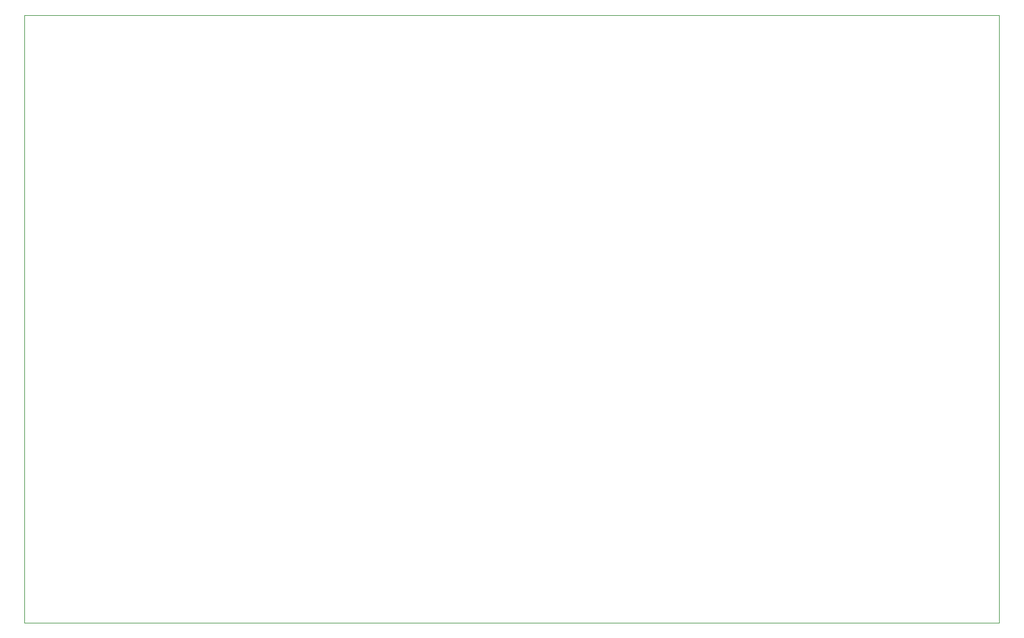
<source format=gbr>
G04 #@! TF.GenerationSoftware,KiCad,Pcbnew,(6.0.1-0)*
G04 #@! TF.CreationDate,2022-02-11T16:00:43+01:00*
G04 #@! TF.ProjectId,psu-mosfet-80w,7073752d-6d6f-4736-9665-742d3830772e,rev?*
G04 #@! TF.SameCoordinates,Original*
G04 #@! TF.FileFunction,Profile,NP*
%FSLAX46Y46*%
G04 Gerber Fmt 4.6, Leading zero omitted, Abs format (unit mm)*
G04 Created by KiCad (PCBNEW (6.0.1-0)) date 2022-02-11 16:00:43*
%MOMM*%
%LPD*%
G01*
G04 APERTURE LIST*
G04 #@! TA.AperFunction,Profile*
%ADD10C,0.050000*%
G04 #@! TD*
G04 APERTURE END LIST*
D10*
X182880000Y-131572000D02*
X182880000Y-46990000D01*
X47244000Y-46990000D02*
X47244000Y-131572000D01*
X47244000Y-131572000D02*
X182880000Y-131572000D01*
X182880000Y-46990000D02*
X47244000Y-46990000D01*
M02*

</source>
